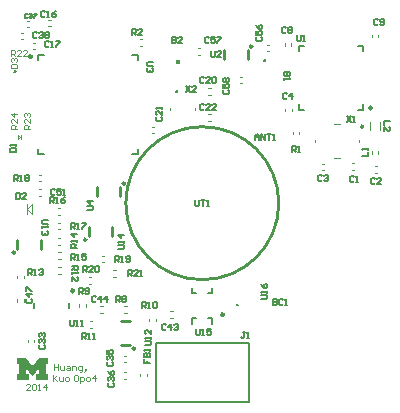
<source format=gto>
%FSLAX24Y24*%
%MOIN*%
G70*
G01*
G75*
G04 Layer_Color=65535*
%ADD10C,0.0177*%
%ADD11C,0.0100*%
%ADD12R,0.0102X0.0209*%
%ADD13R,0.0102X0.0193*%
%ADD14R,0.0177X0.0177*%
%ADD15R,0.0138X0.0157*%
%ADD16R,0.0236X0.0157*%
%ADD17R,0.0157X0.0236*%
%ADD18R,0.0394X0.1378*%
%ADD19R,0.0591X0.1339*%
%ADD20R,0.0197X0.0354*%
%ADD21R,0.0551X0.0453*%
%ADD22R,0.0335X0.0374*%
%ADD23O,0.0295X0.0079*%
%ADD24O,0.0079X0.0295*%
%ADD25R,0.1417X0.1417*%
%ADD26R,0.0343X0.0343*%
%ADD27R,0.0138X0.0394*%
%ADD28R,0.0157X0.0335*%
%ADD29R,0.2598X0.2598*%
%ADD30O,0.0079X0.0315*%
%ADD31O,0.0315X0.0079*%
%ADD32R,0.0630X0.0551*%
%ADD33R,0.0748X0.0630*%
%ADD34R,0.0157X0.0532*%
%ADD35R,0.0335X0.0157*%
%ADD36O,0.0276X0.0098*%
%ADD37O,0.0098X0.0276*%
%ADD38O,0.0177X0.0532*%
%ADD39R,0.0354X0.0197*%
%ADD40R,0.0217X0.0098*%
%ADD41C,0.0080*%
%ADD42C,0.0200*%
%ADD43C,0.0630*%
%ADD44C,0.1260*%
%ADD45C,0.0260*%
%ADD46C,0.0240*%
%ADD47C,0.0340*%
%ADD48C,0.0300*%
%ADD49C,0.0290*%
%ADD50R,0.0354X0.0276*%
%ADD51O,0.0315X0.0157*%
%ADD52R,0.2362X0.1890*%
%ADD53R,0.0512X0.0217*%
%ADD54R,0.0394X0.0217*%
%ADD55R,0.0197X0.0315*%
%ADD56R,0.1299X0.1299*%
%ADD57O,0.0315X0.0098*%
%ADD58O,0.0098X0.0315*%
%ADD59R,0.0591X0.0236*%
%ADD60R,0.0187X0.0098*%
%ADD61R,0.0098X0.0138*%
%ADD62C,0.0098*%
%ADD63C,0.0039*%
%ADD64C,0.0079*%
%ADD65C,0.0050*%
%ADD66C,0.0040*%
%ADD67R,0.0148X0.0177*%
G36*
X-5129Y-5363D02*
X-5211D01*
Y-5687D01*
X-5129D01*
Y-5902D01*
X-5532D01*
Y-5687D01*
X-5450D01*
Y-5493D01*
X-5653Y-5773D01*
X-5667D01*
X-5867Y-5493D01*
Y-5687D01*
X-5785D01*
Y-5902D01*
X-6188D01*
Y-5687D01*
X-6109D01*
Y-5363D01*
X-6188D01*
Y-5148D01*
X-5868D01*
X-5663Y-5431D01*
X-5653D01*
X-5448Y-5148D01*
X-5129D01*
Y-5363D01*
D02*
G37*
D11*
X1170Y-3400D02*
G03*
X1170Y-3400I-10J0D01*
G01*
X-6235Y4394D02*
G03*
X-6235Y4394I-22J0D01*
G01*
X5358Y2552D02*
G03*
X5358Y2552I-31J0D01*
G01*
X-845Y3730D02*
G03*
X-845Y3730I-22J0D01*
G01*
X1671Y5226D02*
G03*
X1671Y5226I-39J0D01*
G01*
X-2245Y-4837D02*
G03*
X-2245Y-4837I-39J0D01*
G01*
X-2579Y656D02*
G03*
X-2579Y656I-39J0D01*
G01*
X-6242Y-1652D02*
G03*
X-6242Y-1652I-39J0D01*
G01*
X-3866Y-1226D02*
G03*
X-3866Y-1226I-39J0D01*
G01*
X2550Y0D02*
G03*
X2550Y0I-2550J0D01*
G01*
X2088Y4754D02*
G03*
X2088Y4754I-14J0D01*
G01*
X726Y4793D02*
Y5107D01*
X1514Y4793D02*
Y5107D01*
X-2717Y-3932D02*
X-2403D01*
X-2717Y-4719D02*
X-2403D01*
X-3524Y223D02*
Y537D01*
X-2736Y223D02*
Y537D01*
X-5376Y-1533D02*
Y-1218D01*
X-6164Y-1533D02*
Y-1218D01*
X-2999Y-1107D02*
Y-793D01*
X-3787Y-1107D02*
Y-793D01*
D62*
X5661Y3176D02*
G03*
X5661Y3176I-49J0D01*
G01*
X-5680Y4894D02*
G03*
X-5680Y4894I-49J0D01*
G01*
X719Y-3715D02*
G03*
X719Y-3715I-49J0D01*
G01*
X-4282Y-2918D02*
G03*
X-4282Y-2918I-49J0D01*
G01*
D63*
X-1852Y-5757D02*
Y-5678D01*
X-2068Y-5757D02*
Y-5678D01*
X3991Y1092D02*
X4069D01*
X3991Y1308D02*
X4069D01*
X4991Y1328D02*
X5069D01*
X4991Y1112D02*
X5069D01*
X5858Y1651D02*
Y1729D01*
X5642Y1651D02*
Y1729D01*
X2762Y3061D02*
Y3139D01*
X2978Y3061D02*
Y3139D01*
X3022Y2291D02*
Y2369D01*
X3238Y2291D02*
Y2369D01*
X-1679Y2332D02*
X-1601D01*
X-1679Y2548D02*
X-1601D01*
X-2089Y5242D02*
X-2011D01*
X-2089Y5458D02*
X-2011D01*
X-5129Y5892D02*
X-5051D01*
X-5129Y6108D02*
X-5051D01*
X-5659Y5348D02*
X-5581D01*
X-5659Y5132D02*
X-5581D01*
X-5439Y242D02*
X-5361D01*
X-5439Y458D02*
X-5361D01*
X-5439Y732D02*
X-5361D01*
X-5439Y948D02*
X-5361D01*
X-5849Y-190D02*
X-5681Y-357D01*
Y-13D01*
X-5849Y-180D02*
X-5681Y-13D01*
X-5849Y-357D02*
Y-13D01*
X-4809Y-378D02*
X-4731D01*
X-4809Y-162D02*
X-4731D01*
X5218Y2050D02*
Y2110D01*
X4382Y2651D02*
X4578D01*
X4382Y1509D02*
X4578D01*
X3742Y2050D02*
Y2110D01*
X201Y3622D02*
X279D01*
X201Y3838D02*
X279D01*
X-1063Y3091D02*
Y3169D01*
X-237Y3091D02*
Y3169D01*
X201Y2958D02*
X279D01*
X201Y2742D02*
X279D01*
X5868Y5531D02*
Y5609D01*
X5652Y5531D02*
Y5609D01*
X-3399Y-3432D02*
X-3321D01*
X-3399Y-3648D02*
X-3321D01*
X-1768Y-3932D02*
Y-3853D01*
X-1552Y-3932D02*
Y-3853D01*
X-1069Y-3607D02*
X-991D01*
X-1069Y-3824D02*
X-991D01*
X-2599Y-3432D02*
X-2521D01*
X-2599Y-3648D02*
X-2521D01*
X-3754Y-3942D02*
X-3675D01*
X-3754Y-4158D02*
X-3675D01*
X-3882Y-3449D02*
Y-3371D01*
X-4098Y-3449D02*
Y-3371D01*
X-5952Y-3282D02*
Y-3203D01*
X-6168Y-3282D02*
Y-3203D01*
Y-2509D02*
Y-2431D01*
X-5952Y-2509D02*
Y-2431D01*
X-4799Y-2358D02*
X-4721D01*
X-4799Y-2142D02*
X-4721D01*
X-3789Y-2678D02*
X-3711D01*
X-3789Y-2462D02*
X-3711D01*
X-4799Y-1642D02*
X-4721D01*
X-4799Y-1858D02*
X-4721D01*
X-4809Y-1171D02*
X-4731D01*
X-4809Y-1388D02*
X-4731D01*
X-4819Y-868D02*
X-4741D01*
X-4819Y-652D02*
X-4741D01*
X-2969Y-2458D02*
X-2891D01*
X-2969Y-2242D02*
X-2891D01*
X-3354Y-1752D02*
X-3275D01*
X-3354Y-1968D02*
X-3275D01*
X5583Y2442D02*
Y2718D01*
X5927Y2442D02*
Y2718D01*
X5741Y1228D02*
X5819D01*
X5741Y1012D02*
X5819D01*
X-2609Y-5082D02*
X-2531D01*
X-2609Y-5298D02*
X-2531D01*
X-2609Y-5642D02*
X-2531D01*
X-2609Y-5858D02*
X-2531D01*
X-6149Y2131D02*
Y2269D01*
Y2131D02*
X-6080Y2200D01*
X-6149Y2269D02*
X-6080Y2200D01*
X-6051Y2131D02*
Y2269D01*
X-5818Y-4629D02*
Y-4551D01*
X-5602Y-4629D02*
Y-4551D01*
X2958Y5251D02*
Y5329D01*
X2742Y5251D02*
Y5329D01*
X-6059Y5688D02*
X-5981D01*
X-6059Y5472D02*
X-5981D01*
X-5839Y6088D02*
X-5761D01*
X-5839Y5872D02*
X-5761D01*
X-139Y4942D02*
X-61D01*
X-139Y5158D02*
X-61D01*
X1261Y4218D02*
X1339D01*
X1261Y4002D02*
X1339D01*
X2141Y5062D02*
X2219D01*
X2141Y5278D02*
X2219D01*
D64*
X5356Y3117D02*
Y3294D01*
X5179Y3117D02*
X5356D01*
X3230D02*
X3407D01*
X3230D02*
Y3294D01*
Y5066D02*
Y5243D01*
X3407D01*
X5356Y5066D02*
Y5243D01*
X5179D02*
X5356D01*
X-5473Y1627D02*
X-5286D01*
X-5473D02*
Y1814D01*
X-2334Y1627D02*
X-2147D01*
Y1814D01*
Y4766D02*
Y4953D01*
X-2334D02*
X-2147D01*
X-5473D02*
X-5286D01*
X-5473Y4766D02*
Y4953D01*
X335Y-4020D02*
Y-3833D01*
X207D02*
X335D01*
X-335D02*
X-207D01*
X-335Y-4020D02*
Y-3833D01*
Y-3007D02*
Y-2820D01*
Y-3007D02*
X-207D01*
X207D02*
X335D01*
Y-2820D01*
X-4429Y-3479D02*
Y-3341D01*
X-5611Y-3479D02*
Y-3341D01*
D65*
X-1555Y-6641D02*
X1555D01*
Y-4653D01*
X-1555Y-6641D02*
Y-4663D01*
X-1545Y-4653D02*
X1555D01*
X-1555Y-4663D02*
X-1545Y-4653D01*
X2360Y-3210D02*
Y-3410D01*
X2460D01*
X2493Y-3377D01*
Y-3343D01*
X2460Y-3310D01*
X2360D01*
X2460D01*
X2493Y-3277D01*
Y-3243D01*
X2460Y-3210D01*
X2360D01*
X2693Y-3243D02*
X2660Y-3210D01*
X2593D01*
X2560Y-3243D01*
Y-3377D01*
X2593Y-3410D01*
X2660D01*
X2693Y-3377D01*
X2760Y-3410D02*
X2827D01*
X2793D01*
Y-3210D01*
X2760Y-3243D01*
X-550Y3890D02*
X-417Y3690D01*
Y3890D02*
X-550Y3690D01*
X-217D02*
X-350D01*
X-217Y3823D01*
Y3857D01*
X-250Y3890D01*
X-317D01*
X-350Y3857D01*
X4820Y2900D02*
X4953Y2700D01*
Y2900D02*
X4820Y2700D01*
X5020D02*
X5087D01*
X5053D01*
Y2900D01*
X5020Y2867D01*
X1960Y-3200D02*
X2127D01*
X2160Y-3167D01*
Y-3100D01*
X2127Y-3067D01*
X1960D01*
X2160Y-3000D02*
Y-2933D01*
Y-2967D01*
X1960D01*
X1993Y-3000D01*
X1960Y-2700D02*
X1993Y-2767D01*
X2060Y-2833D01*
X2127D01*
X2160Y-2800D01*
Y-2733D01*
X2127Y-2700D01*
X2093D01*
X2060Y-2733D01*
Y-2833D01*
X-2820Y-1520D02*
X-2653D01*
X-2620Y-1487D01*
Y-1420D01*
X-2653Y-1387D01*
X-2820D01*
X-2620Y-1320D02*
Y-1253D01*
Y-1287D01*
X-2820D01*
X-2787Y-1320D01*
X-2620Y-1053D02*
X-2820D01*
X-2720Y-1153D01*
Y-1020D01*
X-5130Y-570D02*
X-5297D01*
X-5330Y-603D01*
Y-670D01*
X-5297Y-703D01*
X-5130D01*
X-5330Y-770D02*
Y-837D01*
Y-803D01*
X-5130D01*
X-5163Y-770D01*
Y-937D02*
X-5130Y-970D01*
Y-1037D01*
X-5163Y-1070D01*
X-5197D01*
X-5230Y-1037D01*
Y-1003D01*
Y-1037D01*
X-5263Y-1070D01*
X-5297D01*
X-5330Y-1037D01*
Y-970D01*
X-5297Y-937D01*
X-1920Y-4720D02*
X-1753D01*
X-1720Y-4687D01*
Y-4620D01*
X-1753Y-4587D01*
X-1920D01*
X-1720Y-4520D02*
Y-4453D01*
Y-4487D01*
X-1920D01*
X-1887Y-4520D01*
X-1720Y-4220D02*
Y-4353D01*
X-1853Y-4220D01*
X-1887D01*
X-1920Y-4253D01*
Y-4320D01*
X-1887Y-4353D01*
X-4400Y-3910D02*
Y-4077D01*
X-4367Y-4110D01*
X-4300D01*
X-4267Y-4077D01*
Y-3910D01*
X-4200Y-4110D02*
X-4133D01*
X-4167D01*
Y-3910D01*
X-4200Y-3943D01*
X-4033Y-4110D02*
X-3967D01*
X-4000D01*
Y-3910D01*
X-4033Y-3943D01*
X-3830Y-220D02*
X-3663D01*
X-3630Y-187D01*
Y-120D01*
X-3663Y-87D01*
X-3830D01*
X-3630Y80D02*
X-3830D01*
X-3730Y-20D01*
Y113D01*
X-1650Y4710D02*
X-1817D01*
X-1850Y4677D01*
Y4610D01*
X-1817Y4577D01*
X-1650D01*
X-1683Y4510D02*
X-1650Y4477D01*
Y4410D01*
X-1683Y4377D01*
X-1717D01*
X-1750Y4410D01*
Y4443D01*
Y4410D01*
X-1783Y4377D01*
X-1817D01*
X-1850Y4410D01*
Y4477D01*
X-1817Y4510D01*
X290Y5060D02*
Y4893D01*
X323Y4860D01*
X390D01*
X423Y4893D01*
Y5060D01*
X623Y4860D02*
X490D01*
X623Y4993D01*
Y5027D01*
X590Y5060D01*
X523D01*
X490Y5027D01*
X3150Y5620D02*
Y5453D01*
X3183Y5420D01*
X3250D01*
X3283Y5453D01*
Y5620D01*
X3350Y5420D02*
X3417D01*
X3383D01*
Y5620D01*
X3350Y5587D01*
X-2480Y-2430D02*
Y-2230D01*
X-2380D01*
X-2347Y-2263D01*
Y-2330D01*
X-2380Y-2363D01*
X-2480D01*
X-2413D02*
X-2347Y-2430D01*
X-2147D02*
X-2280D01*
X-2147Y-2297D01*
Y-2263D01*
X-2180Y-2230D01*
X-2247D01*
X-2280Y-2263D01*
X-2080Y-2430D02*
X-2013D01*
X-2047D01*
Y-2230D01*
X-2080Y-2263D01*
X-3970Y-2300D02*
Y-2100D01*
X-3870D01*
X-3837Y-2133D01*
Y-2200D01*
X-3870Y-2233D01*
X-3970D01*
X-3903D02*
X-3837Y-2300D01*
X-3637D02*
X-3770D01*
X-3637Y-2167D01*
Y-2133D01*
X-3670Y-2100D01*
X-3737D01*
X-3770Y-2133D01*
X-3570D02*
X-3537Y-2100D01*
X-3470D01*
X-3437Y-2133D01*
Y-2267D01*
X-3470Y-2300D01*
X-3537D01*
X-3570Y-2267D01*
Y-2133D01*
X-2910Y-1960D02*
Y-1760D01*
X-2810D01*
X-2777Y-1793D01*
Y-1860D01*
X-2810Y-1893D01*
X-2910D01*
X-2843D02*
X-2777Y-1960D01*
X-2710D02*
X-2643D01*
X-2677D01*
Y-1760D01*
X-2710Y-1793D01*
X-2543Y-1927D02*
X-2510Y-1960D01*
X-2443D01*
X-2410Y-1927D01*
Y-1793D01*
X-2443Y-1760D01*
X-2510D01*
X-2543Y-1793D01*
Y-1827D01*
X-2510Y-1860D01*
X-2410D01*
X-6280Y730D02*
Y930D01*
X-6180D01*
X-6147Y897D01*
Y830D01*
X-6180Y797D01*
X-6280D01*
X-6213D02*
X-6147Y730D01*
X-6080D02*
X-6013D01*
X-6047D01*
Y930D01*
X-6080Y897D01*
X-5913D02*
X-5880Y930D01*
X-5813D01*
X-5780Y897D01*
Y863D01*
X-5813Y830D01*
X-5780Y797D01*
Y763D01*
X-5813Y730D01*
X-5880D01*
X-5913Y763D01*
Y797D01*
X-5880Y830D01*
X-5913Y863D01*
Y897D01*
X-5880Y830D02*
X-5813D01*
X-4370Y-850D02*
Y-650D01*
X-4270D01*
X-4237Y-683D01*
Y-750D01*
X-4270Y-783D01*
X-4370D01*
X-4303D02*
X-4237Y-850D01*
X-4170D02*
X-4103D01*
X-4137D01*
Y-650D01*
X-4170Y-683D01*
X-4003Y-650D02*
X-3870D01*
Y-683D01*
X-4003Y-817D01*
Y-850D01*
X-5070Y-10D02*
Y190D01*
X-4970D01*
X-4937Y157D01*
Y90D01*
X-4970Y57D01*
X-5070D01*
X-5003D02*
X-4937Y-10D01*
X-4870D02*
X-4803D01*
X-4837D01*
Y190D01*
X-4870Y157D01*
X-4570Y190D02*
X-4637Y157D01*
X-4703Y90D01*
Y23D01*
X-4670Y-10D01*
X-4603D01*
X-4570Y23D01*
Y57D01*
X-4603Y90D01*
X-4703D01*
X-4380Y-1880D02*
Y-1680D01*
X-4280D01*
X-4247Y-1713D01*
Y-1780D01*
X-4280Y-1813D01*
X-4380D01*
X-4313D02*
X-4247Y-1880D01*
X-4180D02*
X-4113D01*
X-4147D01*
Y-1680D01*
X-4180Y-1713D01*
X-3880Y-1680D02*
X-4013D01*
Y-1780D01*
X-3947Y-1747D01*
X-3913D01*
X-3880Y-1780D01*
Y-1847D01*
X-3913Y-1880D01*
X-3980D01*
X-4013Y-1847D01*
X-4180Y-1480D02*
X-4380D01*
Y-1380D01*
X-4347Y-1347D01*
X-4280D01*
X-4247Y-1380D01*
Y-1480D01*
Y-1413D02*
X-4180Y-1347D01*
Y-1280D02*
Y-1213D01*
Y-1247D01*
X-4380D01*
X-4347Y-1280D01*
X-4180Y-1013D02*
X-4380D01*
X-4280Y-1113D01*
Y-980D01*
X-5820Y-2380D02*
Y-2180D01*
X-5720D01*
X-5687Y-2213D01*
Y-2280D01*
X-5720Y-2313D01*
X-5820D01*
X-5753D02*
X-5687Y-2380D01*
X-5620D02*
X-5553D01*
X-5587D01*
Y-2180D01*
X-5620Y-2213D01*
X-5453D02*
X-5420Y-2180D01*
X-5353D01*
X-5320Y-2213D01*
Y-2247D01*
X-5353Y-2280D01*
X-5387D01*
X-5353D01*
X-5320Y-2313D01*
Y-2347D01*
X-5353Y-2380D01*
X-5420D01*
X-5453Y-2347D01*
X-4350Y-2100D02*
X-4150D01*
Y-2200D01*
X-4183Y-2233D01*
X-4250D01*
X-4283Y-2200D01*
Y-2100D01*
Y-2167D02*
X-4350Y-2233D01*
Y-2300D02*
Y-2367D01*
Y-2333D01*
X-4150D01*
X-4183Y-2300D01*
X-4350Y-2600D02*
Y-2467D01*
X-4217Y-2600D01*
X-4183D01*
X-4150Y-2567D01*
Y-2500D01*
X-4183Y-2467D01*
X-4014Y-4520D02*
Y-4320D01*
X-3914D01*
X-3881Y-4353D01*
Y-4420D01*
X-3914Y-4453D01*
X-4014D01*
X-3948D02*
X-3881Y-4520D01*
X-3814D02*
X-3748D01*
X-3781D01*
Y-4320D01*
X-3814Y-4353D01*
X-3648Y-4520D02*
X-3581D01*
X-3614D01*
Y-4320D01*
X-3648Y-4353D01*
X-2010Y-3490D02*
Y-3290D01*
X-1910D01*
X-1877Y-3323D01*
Y-3390D01*
X-1910Y-3423D01*
X-2010D01*
X-1943D02*
X-1877Y-3490D01*
X-1810D02*
X-1743D01*
X-1777D01*
Y-3290D01*
X-1810Y-3323D01*
X-1643D02*
X-1610Y-3290D01*
X-1543D01*
X-1510Y-3323D01*
Y-3457D01*
X-1543Y-3490D01*
X-1610D01*
X-1643Y-3457D01*
Y-3323D01*
X-4100Y-3030D02*
Y-2830D01*
X-4000D01*
X-3967Y-2863D01*
Y-2930D01*
X-4000Y-2963D01*
X-4100D01*
X-4033D02*
X-3967Y-3030D01*
X-3900Y-2997D02*
X-3867Y-3030D01*
X-3800D01*
X-3767Y-2997D01*
Y-2863D01*
X-3800Y-2830D01*
X-3867D01*
X-3900Y-2863D01*
Y-2897D01*
X-3867Y-2930D01*
X-3767D01*
X-2860Y-3280D02*
Y-3080D01*
X-2760D01*
X-2727Y-3113D01*
Y-3180D01*
X-2760Y-3213D01*
X-2860D01*
X-2793D02*
X-2727Y-3280D01*
X-2660Y-3113D02*
X-2627Y-3080D01*
X-2560D01*
X-2527Y-3113D01*
Y-3147D01*
X-2560Y-3180D01*
X-2527Y-3213D01*
Y-3247D01*
X-2560Y-3280D01*
X-2627D01*
X-2660Y-3247D01*
Y-3213D01*
X-2627Y-3180D01*
X-2660Y-3147D01*
Y-3113D01*
X-2627Y-3180D02*
X-2560D01*
X-2340Y5610D02*
Y5810D01*
X-2240D01*
X-2207Y5777D01*
Y5710D01*
X-2240Y5677D01*
X-2340D01*
X-2273D02*
X-2207Y5610D01*
X-2007D02*
X-2140D01*
X-2007Y5743D01*
Y5777D01*
X-2040Y5810D01*
X-2107D01*
X-2140Y5777D01*
X2980Y1720D02*
Y1920D01*
X3080D01*
X3113Y1887D01*
Y1820D01*
X3080Y1787D01*
X2980D01*
X3047D02*
X3113Y1720D01*
X3180D02*
X3247D01*
X3213D01*
Y1920D01*
X3180Y1887D01*
X6260Y2750D02*
X6060D01*
Y2617D01*
Y2417D02*
Y2550D01*
X6193Y2417D01*
X6227D01*
X6260Y2450D01*
Y2517D01*
X6227Y2550D01*
X5320Y1560D02*
X5520D01*
Y1693D01*
Y1760D02*
Y1827D01*
Y1793D01*
X5320D01*
X5353Y1760D01*
X1423Y-4300D02*
X1357D01*
X1390D01*
Y-4467D01*
X1357Y-4500D01*
X1323D01*
X1290Y-4467D01*
X1490Y-4500D02*
X1557D01*
X1523D01*
Y-4300D01*
X1490Y-4333D01*
X-1930Y-5207D02*
Y-5340D01*
X-1830D01*
Y-5273D01*
Y-5340D01*
X-1730D01*
X-1930Y-5140D02*
X-1730D01*
Y-5040D01*
X-1763Y-5007D01*
X-1797D01*
X-1830Y-5040D01*
Y-5140D01*
Y-5040D01*
X-1863Y-5007D01*
X-1897D01*
X-1930Y-5040D01*
Y-5140D01*
X-1730Y-4940D02*
Y-4873D01*
Y-4907D01*
X-1930D01*
X-1897Y-4940D01*
X-6200Y340D02*
Y140D01*
X-6100D01*
X-6067Y173D01*
Y307D01*
X-6100Y340D01*
X-6200D01*
X-5867Y140D02*
X-6000D01*
X-5867Y273D01*
Y307D01*
X-5900Y340D01*
X-5967D01*
X-6000Y307D01*
X-6400Y1720D02*
X-6200D01*
Y1820D01*
X-6233Y1853D01*
X-6367D01*
X-6400Y1820D01*
Y1720D01*
X-6200Y1920D02*
Y1987D01*
Y1953D01*
X-6400D01*
X-6367Y1920D01*
X-4907Y437D02*
X-4940Y470D01*
X-5007D01*
X-5040Y437D01*
Y303D01*
X-5007Y270D01*
X-4940D01*
X-4907Y303D01*
X-4707Y470D02*
X-4840D01*
Y370D01*
X-4773Y403D01*
X-4740D01*
X-4707Y370D01*
Y303D01*
X-4740Y270D01*
X-4807D01*
X-4840Y303D01*
X-4640Y270D02*
X-4573D01*
X-4607D01*
Y470D01*
X-4640Y437D01*
X-5827Y-3197D02*
X-5860Y-3230D01*
Y-3297D01*
X-5827Y-3330D01*
X-5693D01*
X-5660Y-3297D01*
Y-3230D01*
X-5693Y-3197D01*
X-5660Y-3030D02*
X-5860D01*
X-5760Y-3130D01*
Y-2997D01*
X-5860Y-2930D02*
Y-2797D01*
X-5827D01*
X-5693Y-2930D01*
X-5660D01*
X-3527Y-3113D02*
X-3560Y-3080D01*
X-3627D01*
X-3660Y-3113D01*
Y-3247D01*
X-3627Y-3280D01*
X-3560D01*
X-3527Y-3247D01*
X-3360Y-3280D02*
Y-3080D01*
X-3460Y-3180D01*
X-3327D01*
X-3160Y-3280D02*
Y-3080D01*
X-3260Y-3180D01*
X-3127D01*
X-1197Y-4053D02*
X-1230Y-4020D01*
X-1297D01*
X-1330Y-4053D01*
Y-4187D01*
X-1297Y-4220D01*
X-1230D01*
X-1197Y-4187D01*
X-1030Y-4220D02*
Y-4020D01*
X-1130Y-4120D01*
X-997D01*
X-930Y-4053D02*
X-897Y-4020D01*
X-830D01*
X-797Y-4053D01*
Y-4087D01*
X-830Y-4120D01*
X-863D01*
X-830D01*
X-797Y-4153D01*
Y-4187D01*
X-830Y-4220D01*
X-897D01*
X-930Y-4187D01*
X-5497Y5657D02*
X-5530Y5690D01*
X-5597D01*
X-5630Y5657D01*
Y5523D01*
X-5597Y5490D01*
X-5530D01*
X-5497Y5523D01*
X-5430Y5657D02*
X-5397Y5690D01*
X-5330D01*
X-5297Y5657D01*
Y5623D01*
X-5330Y5590D01*
X-5363D01*
X-5330D01*
X-5297Y5557D01*
Y5523D01*
X-5330Y5490D01*
X-5397D01*
X-5430Y5523D01*
X-5230Y5657D02*
X-5197Y5690D01*
X-5130D01*
X-5097Y5657D01*
Y5623D01*
X-5130Y5590D01*
X-5097Y5557D01*
Y5523D01*
X-5130Y5490D01*
X-5197D01*
X-5230Y5523D01*
Y5557D01*
X-5197Y5590D01*
X-5230Y5623D01*
Y5657D01*
X-5197Y5590D02*
X-5130D01*
X-5820Y6295D02*
X-5845Y6320D01*
X-5895D01*
X-5920Y6295D01*
Y6195D01*
X-5895Y6170D01*
X-5845D01*
X-5820Y6195D01*
X-5770Y6295D02*
X-5745Y6320D01*
X-5695D01*
X-5670Y6295D01*
Y6270D01*
X-5695Y6245D01*
X-5720D01*
X-5695D01*
X-5670Y6220D01*
Y6195D01*
X-5695Y6170D01*
X-5745D01*
X-5770Y6195D01*
X-5620Y6320D02*
X-5520D01*
Y6295D01*
X-5620Y6195D01*
Y6170D01*
X-3117Y-5987D02*
X-3150Y-6020D01*
Y-6087D01*
X-3117Y-6120D01*
X-2983D01*
X-2950Y-6087D01*
Y-6020D01*
X-2983Y-5987D01*
X-3117Y-5920D02*
X-3150Y-5887D01*
Y-5820D01*
X-3117Y-5787D01*
X-3083D01*
X-3050Y-5820D01*
Y-5853D01*
Y-5820D01*
X-3017Y-5787D01*
X-2983D01*
X-2950Y-5820D01*
Y-5887D01*
X-2983Y-5920D01*
X-3150Y-5587D02*
X-3117Y-5653D01*
X-3050Y-5720D01*
X-2983D01*
X-2950Y-5687D01*
Y-5620D01*
X-2983Y-5587D01*
X-3017D01*
X-3050Y-5620D01*
Y-5720D01*
X-3127Y-5307D02*
X-3160Y-5340D01*
Y-5407D01*
X-3127Y-5440D01*
X-2993D01*
X-2960Y-5407D01*
Y-5340D01*
X-2993Y-5307D01*
X-3127Y-5240D02*
X-3160Y-5207D01*
Y-5140D01*
X-3127Y-5107D01*
X-3093D01*
X-3060Y-5140D01*
Y-5173D01*
Y-5140D01*
X-3027Y-5107D01*
X-2993D01*
X-2960Y-5140D01*
Y-5207D01*
X-2993Y-5240D01*
X-3160Y-4907D02*
Y-5040D01*
X-3060D01*
X-3093Y-4973D01*
Y-4940D01*
X-3060Y-4907D01*
X-2993D01*
X-2960Y-4940D01*
Y-5007D01*
X-2993Y-5040D01*
X-5407Y-4727D02*
X-5440Y-4760D01*
Y-4827D01*
X-5407Y-4860D01*
X-5273D01*
X-5240Y-4827D01*
Y-4760D01*
X-5273Y-4727D01*
X-5407Y-4660D02*
X-5440Y-4627D01*
Y-4560D01*
X-5407Y-4527D01*
X-5373D01*
X-5340Y-4560D01*
Y-4593D01*
Y-4560D01*
X-5307Y-4527D01*
X-5273D01*
X-5240Y-4560D01*
Y-4627D01*
X-5273Y-4660D01*
X-5407Y-4460D02*
X-5440Y-4427D01*
Y-4360D01*
X-5407Y-4327D01*
X-5373D01*
X-5340Y-4360D01*
Y-4393D01*
Y-4360D01*
X-5307Y-4327D01*
X-5273D01*
X-5240Y-4360D01*
Y-4427D01*
X-5273Y-4460D01*
X53Y3277D02*
X20Y3310D01*
X-47D01*
X-80Y3277D01*
Y3143D01*
X-47Y3110D01*
X20D01*
X53Y3143D01*
X253Y3110D02*
X120D01*
X253Y3243D01*
Y3277D01*
X220Y3310D01*
X153D01*
X120Y3277D01*
X453Y3110D02*
X320D01*
X453Y3243D01*
Y3277D01*
X420Y3310D01*
X353D01*
X320Y3277D01*
X-1497Y2873D02*
X-1530Y2840D01*
Y2773D01*
X-1497Y2740D01*
X-1363D01*
X-1330Y2773D01*
Y2840D01*
X-1363Y2873D01*
X-1330Y3073D02*
Y2940D01*
X-1463Y3073D01*
X-1497D01*
X-1530Y3040D01*
Y2973D01*
X-1497Y2940D01*
X-1330Y3140D02*
Y3207D01*
Y3173D01*
X-1530D01*
X-1497Y3140D01*
X73Y4157D02*
X40Y4190D01*
X-27D01*
X-60Y4157D01*
Y4023D01*
X-27Y3990D01*
X40D01*
X73Y4023D01*
X273Y3990D02*
X140D01*
X273Y4123D01*
Y4157D01*
X240Y4190D01*
X173D01*
X140Y4157D01*
X340D02*
X373Y4190D01*
X440D01*
X473Y4157D01*
Y4023D01*
X440Y3990D01*
X373D01*
X340Y4023D01*
Y4157D01*
X-5097Y5357D02*
X-5130Y5390D01*
X-5197D01*
X-5230Y5357D01*
Y5223D01*
X-5197Y5190D01*
X-5130D01*
X-5097Y5223D01*
X-5030Y5190D02*
X-4963D01*
X-4997D01*
Y5390D01*
X-5030Y5357D01*
X-4863Y5390D02*
X-4730D01*
Y5357D01*
X-4863Y5223D01*
Y5190D01*
X-5237Y6387D02*
X-5270Y6420D01*
X-5337D01*
X-5370Y6387D01*
Y6253D01*
X-5337Y6220D01*
X-5270D01*
X-5237Y6253D01*
X-5170Y6220D02*
X-5103D01*
X-5137D01*
Y6420D01*
X-5170Y6387D01*
X-4870Y6420D02*
X-4937Y6387D01*
X-5003Y6320D01*
Y6253D01*
X-4970Y6220D01*
X-4903D01*
X-4870Y6253D01*
Y6287D01*
X-4903Y6320D01*
X-5003D01*
X5853Y6093D02*
X5820Y6126D01*
X5753D01*
X5720Y6093D01*
Y5959D01*
X5753Y5926D01*
X5820D01*
X5853Y5959D01*
X5920D02*
X5953Y5926D01*
X6020D01*
X6053Y5959D01*
Y6093D01*
X6020Y6126D01*
X5953D01*
X5920Y6093D01*
Y6059D01*
X5953Y6026D01*
X6053D01*
X2803Y5847D02*
X2770Y5880D01*
X2703D01*
X2670Y5847D01*
Y5713D01*
X2703Y5680D01*
X2770D01*
X2803Y5713D01*
X2870Y5847D02*
X2903Y5880D01*
X2970D01*
X3003Y5847D01*
Y5813D01*
X2970Y5780D01*
X3003Y5747D01*
Y5713D01*
X2970Y5680D01*
X2903D01*
X2870Y5713D01*
Y5747D01*
X2903Y5780D01*
X2870Y5813D01*
Y5847D01*
X2903Y5780D02*
X2970D01*
X2833Y3647D02*
X2800Y3680D01*
X2733D01*
X2700Y3647D01*
Y3513D01*
X2733Y3480D01*
X2800D01*
X2833Y3513D01*
X3000Y3480D02*
Y3680D01*
X2900Y3580D01*
X3033D01*
X4003Y897D02*
X3970Y930D01*
X3903D01*
X3870Y897D01*
Y763D01*
X3903Y730D01*
X3970D01*
X4003Y763D01*
X4070Y897D02*
X4103Y930D01*
X4170D01*
X4203Y897D01*
Y863D01*
X4170Y830D01*
X4137D01*
X4170D01*
X4203Y797D01*
Y763D01*
X4170Y730D01*
X4103D01*
X4070Y763D01*
X5753Y817D02*
X5720Y850D01*
X5653D01*
X5620Y817D01*
Y683D01*
X5653Y650D01*
X5720D01*
X5753Y683D01*
X5953Y650D02*
X5820D01*
X5953Y783D01*
Y817D01*
X5920Y850D01*
X5853D01*
X5820Y817D01*
X5053Y887D02*
X5020Y920D01*
X4953D01*
X4920Y887D01*
Y753D01*
X4953Y720D01*
X5020D01*
X5053Y753D01*
X5120Y720D02*
X5187D01*
X5153D01*
Y920D01*
X5120Y887D01*
X-1020Y5550D02*
Y5350D01*
X-920D01*
X-887Y5383D01*
Y5417D01*
X-920Y5450D01*
X-1020D01*
X-920D01*
X-887Y5483D01*
Y5517D01*
X-920Y5550D01*
X-1020D01*
X-687Y5350D02*
X-820D01*
X-687Y5483D01*
Y5517D01*
X-720Y5550D01*
X-787D01*
X-820Y5517D01*
X2910Y4370D02*
X2710D01*
Y4270D01*
X2743Y4237D01*
X2777D01*
X2810Y4270D01*
Y4370D01*
Y4270D01*
X2843Y4237D01*
X2877D01*
X2910Y4270D01*
Y4370D01*
X2710Y4170D02*
Y4103D01*
Y4137D01*
X2910D01*
X2877Y4170D01*
X1750Y2090D02*
Y2223D01*
X1817Y2290D01*
X1883Y2223D01*
Y2090D01*
Y2190D01*
X1750D01*
X1950Y2090D02*
Y2290D01*
X2083Y2090D01*
Y2290D01*
X2150D02*
X2283D01*
X2217D01*
Y2090D01*
X2350D02*
X2416D01*
X2383D01*
Y2290D01*
X2350Y2257D01*
X-220Y-4190D02*
Y-4357D01*
X-187Y-4390D01*
X-120D01*
X-87Y-4357D01*
Y-4190D01*
X-20Y-4390D02*
X47D01*
X13D01*
Y-4190D01*
X-20Y-4223D01*
X280Y-4190D02*
X147D01*
Y-4290D01*
X213Y-4257D01*
X247D01*
X280Y-4290D01*
Y-4357D01*
X247Y-4390D01*
X180D01*
X147Y-4357D01*
X-240Y100D02*
Y-67D01*
X-207Y-100D01*
X-140D01*
X-107Y-67D01*
Y100D01*
X-40D02*
X93D01*
X27D01*
Y-100D01*
X160D02*
X227D01*
X193D01*
Y100D01*
X160Y67D01*
X233Y5497D02*
X200Y5530D01*
X133D01*
X100Y5497D01*
Y5363D01*
X133Y5330D01*
X200D01*
X233Y5363D01*
X433Y5530D02*
X300D01*
Y5430D01*
X367Y5463D01*
X400D01*
X433Y5430D01*
Y5363D01*
X400Y5330D01*
X333D01*
X300Y5363D01*
X500Y5530D02*
X633D01*
Y5497D01*
X500Y5363D01*
Y5330D01*
X713Y3783D02*
X680Y3750D01*
Y3683D01*
X713Y3650D01*
X847D01*
X880Y3683D01*
Y3750D01*
X847Y3783D01*
X680Y3983D02*
Y3850D01*
X780D01*
X747Y3917D01*
Y3950D01*
X780Y3983D01*
X847D01*
X880Y3950D01*
Y3883D01*
X847Y3850D01*
X713Y4050D02*
X680Y4083D01*
Y4150D01*
X713Y4183D01*
X747D01*
X780Y4150D01*
X813Y4183D01*
X847D01*
X880Y4150D01*
Y4083D01*
X847Y4050D01*
X813D01*
X780Y4083D01*
X747Y4050D01*
X713D01*
X780Y4083D02*
Y4150D01*
X1813Y5553D02*
X1780Y5520D01*
Y5453D01*
X1813Y5420D01*
X1947D01*
X1980Y5453D01*
Y5520D01*
X1947Y5553D01*
X1780Y5753D02*
Y5620D01*
X1880D01*
X1847Y5687D01*
Y5720D01*
X1880Y5753D01*
X1947D01*
X1980Y5720D01*
Y5653D01*
X1947Y5620D01*
X1780Y5953D02*
X1813Y5887D01*
X1880Y5820D01*
X1947D01*
X1980Y5853D01*
Y5920D01*
X1947Y5953D01*
X1913D01*
X1880Y5920D01*
Y5820D01*
D66*
X-6160Y2480D02*
X-6360D01*
Y2580D01*
X-6327Y2613D01*
X-6260D01*
X-6227Y2580D01*
Y2480D01*
Y2547D02*
X-6160Y2613D01*
Y2813D02*
Y2680D01*
X-6293Y2813D01*
X-6327D01*
X-6360Y2780D01*
Y2713D01*
X-6327Y2680D01*
X-6160Y2980D02*
X-6360D01*
X-6260Y2880D01*
Y3013D01*
X-5740Y2480D02*
X-5940D01*
Y2580D01*
X-5907Y2613D01*
X-5840D01*
X-5807Y2580D01*
Y2480D01*
Y2547D02*
X-5740Y2613D01*
Y2813D02*
Y2680D01*
X-5873Y2813D01*
X-5907D01*
X-5940Y2780D01*
Y2713D01*
X-5907Y2680D01*
Y2880D02*
X-5940Y2913D01*
Y2980D01*
X-5907Y3013D01*
X-5873D01*
X-5840Y2980D01*
Y2947D01*
Y2980D01*
X-5807Y3013D01*
X-5773D01*
X-5740Y2980D01*
Y2913D01*
X-5773Y2880D01*
X-6388Y4897D02*
Y5096D01*
X-6288D01*
X-6255Y5063D01*
Y4997D01*
X-6288Y4963D01*
X-6388D01*
X-6321D02*
X-6255Y4897D01*
X-6055D02*
X-6188D01*
X-6055Y5030D01*
Y5063D01*
X-6088Y5096D01*
X-6155D01*
X-6188Y5063D01*
X-5855Y4897D02*
X-5988D01*
X-5855Y5030D01*
Y5063D01*
X-5888Y5096D01*
X-5955D01*
X-5988Y5063D01*
X-6380Y4520D02*
X-6180D01*
Y4620D01*
X-6213Y4653D01*
X-6347D01*
X-6380Y4620D01*
Y4520D01*
X-6347Y4720D02*
X-6380Y4753D01*
Y4820D01*
X-6347Y4853D01*
X-6313D01*
X-6280Y4820D01*
Y4787D01*
Y4820D01*
X-6247Y4853D01*
X-6213D01*
X-6180Y4820D01*
Y4753D01*
X-6213Y4720D01*
X-5737Y-6220D02*
X-5870D01*
X-5737Y-6087D01*
Y-6053D01*
X-5770Y-6020D01*
X-5837D01*
X-5870Y-6053D01*
X-5670D02*
X-5637Y-6020D01*
X-5570D01*
X-5537Y-6053D01*
Y-6187D01*
X-5570Y-6220D01*
X-5637D01*
X-5670Y-6187D01*
Y-6053D01*
X-5470Y-6220D02*
X-5403D01*
X-5437D01*
Y-6020D01*
X-5470Y-6053D01*
X-5204Y-6220D02*
Y-6020D01*
X-5304Y-6120D01*
X-5170D01*
X-4960Y-5720D02*
Y-5920D01*
Y-5853D01*
X-4827Y-5720D01*
X-4927Y-5820D01*
X-4827Y-5920D01*
X-4760Y-5787D02*
Y-5887D01*
X-4727Y-5920D01*
X-4627D01*
Y-5787D01*
X-4527Y-5920D02*
X-4460D01*
X-4427Y-5887D01*
Y-5820D01*
X-4460Y-5787D01*
X-4527D01*
X-4560Y-5820D01*
Y-5887D01*
X-4527Y-5920D01*
X-4950Y-5370D02*
Y-5570D01*
Y-5470D01*
X-4817D01*
Y-5370D01*
Y-5570D01*
X-4750Y-5437D02*
Y-5537D01*
X-4717Y-5570D01*
X-4617D01*
Y-5437D01*
X-4517D02*
X-4450D01*
X-4417Y-5470D01*
Y-5570D01*
X-4517D01*
X-4550Y-5537D01*
X-4517Y-5503D01*
X-4417D01*
X-4350Y-5570D02*
Y-5437D01*
X-4250D01*
X-4217Y-5470D01*
Y-5570D01*
X-4084Y-5637D02*
X-4050D01*
X-4017Y-5603D01*
Y-5437D01*
X-4117D01*
X-4150Y-5470D01*
Y-5537D01*
X-4117Y-5570D01*
X-4017D01*
X-3917Y-5603D02*
X-3884Y-5570D01*
Y-5537D01*
X-3917D01*
Y-5570D01*
X-3884D01*
X-3917Y-5603D01*
X-3950Y-5637D01*
X-4160Y-5720D02*
X-4227D01*
X-4260Y-5753D01*
Y-5887D01*
X-4227Y-5920D01*
X-4160D01*
X-4127Y-5887D01*
Y-5753D01*
X-4160Y-5720D01*
X-4060Y-5987D02*
Y-5787D01*
X-3960D01*
X-3927Y-5820D01*
Y-5887D01*
X-3960Y-5920D01*
X-4060D01*
X-3827D02*
X-3760D01*
X-3727Y-5887D01*
Y-5820D01*
X-3760Y-5787D01*
X-3827D01*
X-3860Y-5820D01*
Y-5887D01*
X-3827Y-5920D01*
X-3560D02*
Y-5720D01*
X-3660Y-5820D01*
X-3527D01*
D67*
X-818Y4690D02*
D03*
M02*

</source>
